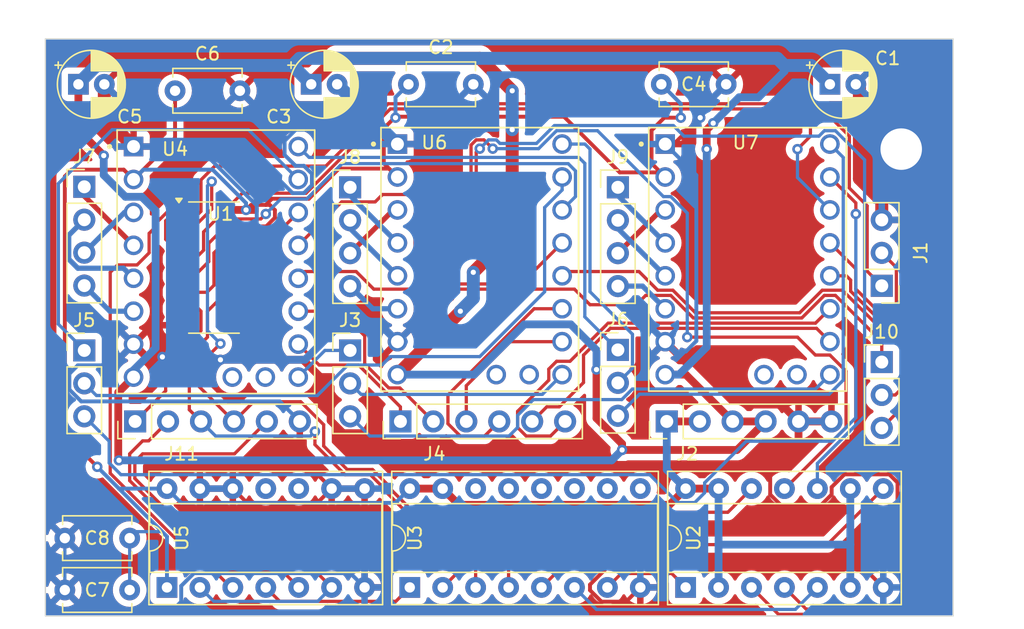
<source format=kicad_pcb>
(kicad_pcb
	(version 20240108)
	(generator "pcbnew")
	(generator_version "8.0")
	(general
		(thickness 1.6)
		(legacy_teardrops no)
	)
	(paper "A4")
	(layers
		(0 "F.Cu" signal)
		(1 "In1.Cu" signal)
		(2 "In2.Cu" signal)
		(31 "B.Cu" signal)
		(32 "B.Adhes" user "B.Adhesive")
		(33 "F.Adhes" user "F.Adhesive")
		(34 "B.Paste" user)
		(35 "F.Paste" user)
		(36 "B.SilkS" user "B.Silkscreen")
		(37 "F.SilkS" user "F.Silkscreen")
		(38 "B.Mask" user)
		(39 "F.Mask" user)
		(40 "Dwgs.User" user "User.Drawings")
		(41 "Cmts.User" user "User.Comments")
		(42 "Eco1.User" user "User.Eco1")
		(43 "Eco2.User" user "User.Eco2")
		(44 "Edge.Cuts" user)
		(45 "Margin" user)
		(46 "B.CrtYd" user "B.Courtyard")
		(47 "F.CrtYd" user "F.Courtyard")
		(48 "B.Fab" user)
		(49 "F.Fab" user)
		(50 "User.1" user)
		(51 "User.2" user)
		(52 "User.3" user)
		(53 "User.4" user)
		(54 "User.5" user)
		(55 "User.6" user)
		(56 "User.7" user)
		(57 "User.8" user)
		(58 "User.9" user)
	)
	(setup
		(stackup
			(layer "F.SilkS"
				(type "Top Silk Screen")
			)
			(layer "F.Paste"
				(type "Top Solder Paste")
			)
			(layer "F.Mask"
				(type "Top Solder Mask")
				(thickness 0.01)
			)
			(layer "F.Cu"
				(type "copper")
				(thickness 0.035)
			)
			(layer "dielectric 1"
				(type "prepreg")
				(thickness 0.1)
				(material "FR4")
				(epsilon_r 4.5)
				(loss_tangent 0.02)
			)
			(layer "In1.Cu"
				(type "copper")
				(thickness 0.035)
			)
			(layer "dielectric 2"
				(type "core")
				(thickness 1.24)
				(material "FR4")
				(epsilon_r 4.5)
				(loss_tangent 0.02)
			)
			(layer "In2.Cu"
				(type "copper")
				(thickness 0.035)
			)
			(layer "dielectric 3"
				(type "prepreg")
				(thickness 0.1)
				(material "FR4")
				(epsilon_r 4.5)
				(loss_tangent 0.02)
			)
			(layer "B.Cu"
				(type "copper")
				(thickness 0.035)
			)
			(layer "B.Mask"
				(type "Bottom Solder Mask")
				(thickness 0.01)
			)
			(layer "B.Paste"
				(type "Bottom Solder Paste")
			)
			(layer "B.SilkS"
				(type "Bottom Silk Screen")
			)
			(copper_finish "HAL lead-free")
			(dielectric_constraints no)
		)
		(pad_to_mask_clearance 0)
		(allow_soldermask_bridges_in_footprints no)
		(pcbplotparams
			(layerselection 0x00010fc_fffffff9)
			(plot_on_all_layers_selection 0x0000000_00000000)
			(disableapertmacros no)
			(usegerberextensions yes)
			(usegerberattributes no)
			(usegerberadvancedattributes no)
			(creategerberjobfile no)
			(dashed_line_dash_ratio 12.000000)
			(dashed_line_gap_ratio 3.000000)
			(svgprecision 4)
			(plotframeref no)
			(viasonmask no)
			(mode 1)
			(useauxorigin no)
			(hpglpennumber 1)
			(hpglpenspeed 20)
			(hpglpendiameter 15.000000)
			(pdf_front_fp_property_popups yes)
			(pdf_back_fp_property_popups yes)
			(dxfpolygonmode yes)
			(dxfimperialunits yes)
			(dxfusepcbnewfont yes)
			(psnegative no)
			(psa4output no)
			(plotreference yes)
			(plotvalue no)
			(plotfptext yes)
			(plotinvisibletext no)
			(sketchpadsonfab no)
			(subtractmaskfromsilk yes)
			(outputformat 1)
			(mirror no)
			(drillshape 0)
			(scaleselection 1)
			(outputdirectory "plots/")
		)
	)
	(net 0 "")
	(net 1 "/UART_Sel_B")
	(net 2 "unconnected-(U1-I2b-Pad12)")
	(net 3 "+5V")
	(net 4 "unconnected-(U1-I0b-Pad10)")
	(net 5 "unconnected-(U1-I1b-Pad11)")
	(net 6 "/UART_TX_1")
	(net 7 "GND")
	(net 8 "/UART_TX_3")
	(net 9 "/~{UART_EN}")
	(net 10 "/UART_TX_2")
	(net 11 "unconnected-(U1-Qb-Pad9)")
	(net 12 "/UART_Sel_A")
	(net 13 "unconnected-(U1-I3b-Pad13)")
	(net 14 "/UART_TX_4")
	(net 15 "/UART_TX_COM")
	(net 16 "/UART_RX_1")
	(net 17 "/UART_EN")
	(net 18 "Net-(U3A-~{EN})")
	(net 19 "unconnected-(U3B-B-Pad13)")
	(net 20 "unconnected-(U3B-~{Q0}-Pad12)")
	(net 21 "unconnected-(U3B-~{Q1}-Pad11)")
	(net 22 "unconnected-(U3B-~{Q2}-Pad10)")
	(net 23 "unconnected-(U3B-A-Pad14)")
	(net 24 "unconnected-(U3B-~{Q3}-Pad9)")
	(net 25 "/SP1")
	(net 26 "unconnected-(U4-INDEX-Pad17)")
	(net 27 "/EN1")
	(net 28 "/MS2-1")
	(net 29 "/STEP1")
	(net 30 "unconnected-(U4-DIAG-Pad18)")
	(net 31 "/DIR1")
	(net 32 "VCC")
	(net 33 "/MS1-1")
	(net 34 "/SP2")
	(net 35 "/MS1-2")
	(net 36 "unconnected-(U6-INDEX-Pad17)")
	(net 37 "/STEP2")
	(net 38 "/MS2-2")
	(net 39 "/EN2")
	(net 40 "/DIR2")
	(net 41 "unconnected-(U6-DIAG-Pad18)")
	(net 42 "unconnected-(U7-INDEX-Pad17)")
	(net 43 "unconnected-(U7-DIAG-Pad18)")
	(net 44 "/MS2-3")
	(net 45 "/DIR3")
	(net 46 "/STEP3")
	(net 47 "/MS1-3")
	(net 48 "/EN3")
	(net 49 "/SP3")
	(net 50 "/UART_RX_4")
	(net 51 "/UART_RX_COM")
	(net 52 "/UART_RX_2")
	(net 53 "/UART_RX_3")
	(net 54 "unconnected-(U5-Pad10)")
	(net 55 "unconnected-(U5-Pad11)")
	(net 56 "Net-(U3A-~{Q3})")
	(net 57 "Net-(U3A-~{Q2})")
	(net 58 "Net-(U3A-~{Q1})")
	(net 59 "Net-(U3A-~{Q0})")
	(net 60 "/M2")
	(net 61 "/M3")
	(net 62 "/M4")
	(net 63 "/M1")
	(net 64 "/M7")
	(net 65 "/M8")
	(net 66 "/M6")
	(net 67 "/M5")
	(net 68 "/M12")
	(net 69 "/M10")
	(net 70 "/M11")
	(net 71 "/M9")
	(footprint "Connector_PinHeader_2.54mm:PinHeader_1x06_P2.54mm_Vertical" (layer "F.Cu") (at 201.42 59 90))
	(footprint "Capacitor_THT:CP_Radial_D5.0mm_P2.00mm" (layer "F.Cu") (at 214 33))
	(footprint "Capacitor_THT:C_Disc_D5.1mm_W3.2mm_P5.00mm" (layer "F.Cu") (at 201 33))
	(footprint "TMC2209:MODULE_TMC2209_SILENTSTEPSTICK" (layer "F.Cu") (at 187 46.5))
	(footprint "Package_DIP:DIP-16_W7.62mm_Socket" (layer "F.Cu") (at 181.6 71.8 90))
	(footprint "Connector_PinHeader_2.54mm:PinHeader_1x03_P2.54mm_Vertical" (layer "F.Cu") (at 218 48.54 180))
	(footprint "Package_SO:SOIC-16_3.9x9.9mm_P1.27mm" (layer "F.Cu") (at 166.5 47.135))
	(footprint "Connector_PinHeader_2.54mm:PinHeader_1x04_P2.54mm_Vertical" (layer "F.Cu") (at 156.5 40.905))
	(footprint "Capacitor_THT:C_Disc_D5.1mm_W3.2mm_P5.00mm" (layer "F.Cu") (at 181.5 33))
	(footprint "Capacitor_THT:C_Disc_D5.1mm_W3.2mm_P5.00mm" (layer "F.Cu") (at 163.5 33.5))
	(footprint "Package_DIP:DIP-14_W7.62mm_Socket" (layer "F.Cu") (at 202.875 71.8 90))
	(footprint "Connector_PinHeader_2.54mm:PinHeader_1x03_P2.54mm_Vertical" (layer "F.Cu") (at 218 54.42))
	(footprint "Connector_PinHeader_2.54mm:PinHeader_1x06_P2.54mm_Vertical" (layer "F.Cu") (at 160.42 59 90))
	(footprint "Connector_PinHeader_2.54mm:PinHeader_1x04_P2.54mm_Vertical" (layer "F.Cu") (at 177 40.945))
	(footprint "Capacitor_THT:CP_Radial_D5.0mm_P2.00mm" (layer "F.Cu") (at 156.044888 33))
	(footprint "Package_DIP:DIP-14_W7.62mm_Socket" (layer "F.Cu") (at 162.875 71.8 90))
	(footprint "Connector_PinHeader_2.54mm:PinHeader_1x06_P2.54mm_Vertical" (layer "F.Cu") (at 180.88 59 90))
	(footprint "TMC2209:MODULE_TMC2209_SILENTSTEPSTICK" (layer "F.Cu") (at 207.65 46.5))
	(footprint "MountingHole:MountingHole_3.2mm_M3" (layer "F.Cu") (at 219.5 38))
	(footprint "TMC2209:MODULE_TMC2209_SILENTSTEPSTICK" (layer "F.Cu") (at 166.65 46.69))
	(footprint "Connector_PinHeader_2.54mm:PinHeader_1x03_P2.54mm_Vertical" (layer "F.Cu") (at 156.5 53.525))
	(footprint "Capacitor_THT:CP_Radial_D5.0mm_P2.00mm"
		(layer "F.Cu")
		(uuid "c9d0c22b-21cb-4f85-bf3f-9efa35b3c1ca")
		(at 174 33)
		(descr "CP, Radial series, Radial, pin pitch=2.00mm, , diameter=5mm, Electrolytic Capacitor")
		(tags "CP Radial series Radial pin pitch 2.00mm  diameter 5mm Electrolytic Capacitor")
		(property "Reference" "C3"
			(at -2.5 2.5 0)
			(layer "F.SilkS")
			(uuid "d2aa3bac-eb08-4b54-a6d6-267c2759b357")
			(effects
				(font
					(size 1 1)
					(thickness 0.15)
				)
			)
		)
		(property "Value" "10u"
			(at 1 3.75 0)
			(layer "F.Fab")
			(uuid "38563b03-ed45-4c9d-8a96-3964aada9c0c")
			(effects
				(font
					(size 1 1)
					(thickness 0.15)
				)
			)
		)
		(property "Footprint" "Capacitor_THT:CP_Radial_D5.0mm_P2.00mm"
			(at 0 0 0)
			(unlocked yes)
			(layer "F.Fab")
			(hide yes)
			(uuid "b0fea697-fa57-4172-b703-440b5615bb76")
			(effects
				(font
					(size 1.27 1.27)
					(thickness 0.15)
				)
			)
		)
		(property "Datasheet" ""
			(at 0 0 0)
			(unlocked yes)
			(layer "F.Fab")
			(hide yes)
			(uuid "c7a3c59e-7e56-47ca-86bb-106da2172eac")
			(effects
				(font
					(size 1.27 1.27)
					(thickness 0.15)
				)
			)
		)
		(property "Description" "Unpolarized capacitor"
			(at 0 0 0)
			(unlocked yes)
			(layer "F.Fab")
			(hide yes)
			(uuid "2738b2de-07b6-4a4a-8f0c-655809ec1928")
			(effects
				(font
					(size 1.27 1.27)
					(thickness 0.15)
				)
			)
		)
		(property ki_fp_filters "C_*")
		(path "/e2c90764-d046-4e04-8939-6a3accef9bbc")
		(sheetname "Root")
		(sheetfile "motor-driver-breakout.kicad_sch")
		(attr through_hole)
		(fp_line
			(start -1.804775 -1.475)
			(end -1.304775 -1.475)
			(stroke
				(width 0.12)
				(type solid)
			)
			(layer "F.SilkS")
			(uuid "949c4db2-a0a3-4969-aea4-f1290e743eeb")
		)
		(fp_line
			(start -1.554775 -1.725)
			(end -1.554775 -1.225)
			(stroke
				(width 0.12)
				(type solid)
			)
			(layer "F.SilkS")
			(uuid "010657f9-cd0d-4902-91f4-4751b948852d")
		)
		(fp_line
			(start 1 -2.58)
			(end 1 -1.04)
			(stroke
				(width 0.12)
				(type solid)
			)
			(layer "F.SilkS")
			(uuid "d0e36e39-be94-4e83-b9eb-497e2d3c944a")
		)
		(fp_line
			(start 1 1.04)
			(end 1 2.58)
			(stroke
				(width 0.12)
				(type solid)
			)
			(layer "F.SilkS")
			(uuid "5c27e49e-dea2-43ae-83e4-bf7605d00877")
		)
		(fp_line
			(start 1.04 -2.58)
			(end 1.04 -1.04)
			(stroke
				(width 0.12)
				(type solid)
			)
			(layer "F.SilkS")
			(uuid "ca3baa21-f045-46a5-8ed5-625dfca04e8b")
		)
		(fp_line
			(start 1.04 1.04)
			(end 1.04 2.58)
			(stroke
				(width 0.12)
				(type solid)
			)
			(layer "F.SilkS")
			(uuid "17aae580-1c2c-4adb-b452-044a0f578058")
		)
		(fp_line
			(start 1.08 -2.579)
			(end 1.08 -1.04)
			(stroke
				(width 0.12)
				(type solid)
			)
			(layer "F.SilkS")
			(uuid "98f830f4-20f4-4de1-9d30-cb1b754d4f1e")
		)
		(fp_line
			(start 1.08 1.04)
			(end 1.08 2.579)
			(stroke
				(width 0.12)
				(type solid)
			)
			(layer "F.SilkS")
			(uuid "62f79440-3f7c-4714-8766-69a208d53a8c")
		)
		(fp_line
			(start 1.12 -2.578)
			(end 1.12 -1.04)
			(stroke
				(width 0.12)
				(type solid)
			)
			(layer "F.SilkS")
			(uuid "b0022ab9-bd5b-4e63-9bc9-4c29987de67a")
		)
		(fp_line
			(start 1.12 1.04)
			(end 1.12 2.578)
			(stroke
				(width 0.12)
				(type solid)
			)
			(layer "F.SilkS")
			(uuid "83f8ba67-4f4d-4f53-978e-bc27aaf8477f")
		)
		(fp_line
			(start 1.16 -2.576)
			(end 1.16 -1.04)
			(stroke
				(width 0.12)
				(type solid)
			)
			(layer "F.SilkS")
			(uuid "5d69be76-9c8f-4e19-82a6-9154d881f48c")
		)
		(fp_line
			(start 1.16 1.04)
			(end 1.16 2.576)
			(stroke
				(width 0.12)
				(type solid)
			)
			(layer "F.SilkS")
			(uuid "a48b914e-7486-4029-8503-25ad6c171628")
		)
		(fp_line
			(start 1.2 -2.573)
			(end 1.2 -1.04)
			(stroke
				(width 0.12)
				(type solid)
			)
			(layer "F.SilkS")
			(uuid "a58e0f62-0aa2-438b-88ef-91960ef177e0")
		)
		(fp_line
			(start 1.2 1.04)
			(end 1.2 2.573)
			(stroke
				(width 0.12)
				(type solid)
			)
			(layer "F.SilkS")
			(uuid "953e456d-de94-4bde-87c1-bbcfb9707c55")
		)
		(fp_line
			(start 1.24 -2.569)
			(end 1.24 -1.04)
			(stroke
				(width 0.12)
				(type solid)
			)
			(layer "F.SilkS")
			(uuid "1a74c14e-c782-48ad-88bc-f8f6cec3fd10")
		)
		(fp_line
			(start 1.24 1.04)
			(end 1.24 2.569)
			(stroke
				(width 0.12)
				(type solid)
			)
			(layer "F.SilkS")
			(uuid "94b31a1e-090d-4318-9f76-9a8c47c26ba4")
		)
		(fp_line
			(start 1.28 -2.565)
			(end 1.28 -1.04)
			(stroke
				(width 0.12)
				(type solid)
			)
			(layer "F.SilkS")
			(uuid "ac548a84-3e10-4bcf-8116-70ba9f6103bc")
		)
		(fp_line
			(start 1.28 1.04)
			(end 1.28 2.565)
			(stroke
				(width 0.12)
				(type solid)
			)
			(layer "F.SilkS")
			(uuid "b3786af2-f3ec-4aad-abc0-e3f77e77d995")
		)
		(fp_line
			(start 1.32 -2.561)
			(end 1.32 -1.04)
			(stroke
				(width 0.12)
				(type solid)
			)
			(layer "F.SilkS")
			(uuid "5e49f1f0-67dc-43fa-b110-afa397932ade")
		)
		(fp_line
			(start 1.32 1.04)
			(end 1.32 2.561)
			(stroke
				(width 0.12)
				(type solid)
			)
			(layer "F.SilkS")
			(uuid "3379a610-dab2-4b0b-8f97-b22430043dc5")
		)
		(fp_line
			(start 1.36 -2.556)
			(end 1.36 -1.04)
			(stroke
				(width 0.12)
				(type solid)
			)
			(layer "F.SilkS")
			(uuid "f4602a50-d122-4476-ac3c-bcb53888c072")
		)
		(fp_line
			(start 1.36 1.04)
			(end 1.36 2.556)
			(stroke
				(width 0.12)
				(type solid)
			)
			(layer "F.SilkS")
			(uuid "5360284f-b8c1-4c21-95d4-673edf39abaf")
		)
		(fp_line
			(start 1.4 -2.55)
			(end 1.4 -1.04)
			(stroke
				(width 0.12)
				(type solid)
			)
			(layer "F.SilkS")
			(uuid "c05bcd0d-3d05-497c-ae58-bc6693b52d18")
		)
		(fp_line
			(start 1.4 1.04)
			(end 1.4 2.55)
			(stroke
				(width 0.12)
				(type solid)
			)
			(layer "F.SilkS")
			(uuid "7c3e273f-bd5a-467b-96fa-a10ff5c2bc00")
		)
		(fp_line
			(start 1.44 -2.543)
			(end 1.44 -1.04)
			(stroke
				(width 0.12)
				(type solid)
			)
			(layer "F.SilkS")
			(uuid "f7e18787-a492-41b0-8b5b-9beab9c4b1f0")
		)
		(fp_line
			(start 1.44 1.04)
			(end 1.44 2.543)
			(stroke
				(width 0.12)
				(type solid)
			)
			(layer "F.SilkS")
			(uuid "e2a51c46-48ef-4694-bff4-f521d2481fe1")
		)
		(fp_line
			(start 1.48 -2.536)
			(end 1.48 -1.04)
			(stroke
				(width 0.12)
				(type solid)
			)
			(layer "F.SilkS")
			(uuid "4016eecf-f48a-43c1-9dd7-1cf5ea1bf59d")
		)
		(fp_line
			(start 1.48 1.04)
			(end 1.48 2.536)
			(stroke
				(width 0.12)
				(type solid)
			)
			(layer "F.SilkS")
			(uuid "9a57acc3-bb3e-49be-8c57-63b4940b523c")
		)
		(fp_line
			(start 1.52 -2.528)
			(end 1.52 -1.04)
			(stroke
				(width 0.12)
				(type solid)
			)
			(layer "F.SilkS")
			(uuid "d35e7061-0263-4bd9-8da1-d1d65d777d9c")
		)
		(fp_line
			(start 1.52 1.04)
			(end 1.52 2.528)
			(stroke
				(width 0.12)
				(type solid)
			)
			(layer "F.SilkS")
			(uuid "c942a1e9-ee24-408f-a6c5-ca85690ddecb")
		)
		(fp_line
			(start 1.56 -2.52)
			(end 1.56 -1.04)
			(stroke
				(width 0.12)
				(type solid)
			)
			(layer "F.SilkS")
			(uuid "4b9df3dc-1c3b-4f5c-a4c8-e1fd3eb82de2")
		)
		(fp_line
			(start 1.56 1.04)
			(end 1.56 2.52)
			(stroke
				(width 0.12)
				(type solid)
			)
			(layer "F.SilkS")
			(uuid "7035f9f1-f522-4cac-92d2-9405853c3c07")
		)
		(fp_line
			(start 1.6 -2.511)
			(end 1.6 -1.04)
			(stroke
				(width 0.12)
				(type solid)
			)
			(layer "F.SilkS")
			(uuid "d378d3fe-d792-4725-9b8d-4226a3fac99b")
		)
		(fp_line
			(start 1.6 1.04)
			(end 1.6 2.511)
			(stroke
				(width 0.12)
				(type solid)
			)
			(layer "F.SilkS")
			(uuid "a5f98411-a5a5-4205-9bb2-23a6283c7005")
		)
		(fp_line
			(start 1.64 -2.501)
			(end 1.64 -1.04)
			(stroke
				(width 0.12)
				(type solid)
			)
			(layer "F.SilkS")
			(uuid "727b50dd-94c5-4195-ae0c-87b658732536")
		)
		(fp_line
			(start 1.64 1.04)
			(end 1.64 2.501)
			(stroke
				(width 0.12)
				(type solid)
			)
			(layer "F.SilkS")
			(uuid "7d8397d4-9014-4309-b6a8-462c1af1be17")
		)
		(fp_line
			(start 1.68 -2.491)
			(end 1.68 -1.04)
			(stroke
				(width 0.12)
				(type solid)
			)
			(layer "F.SilkS")
			(uuid "eee843ab-37de-4d62-8a7e-51bae2d74318")
		)
		(fp_line
			(start 1.68 1.04)
			(end 1.68 2.491)
			(stroke
				(width 0.12)
				(type solid)
			)
			(layer "F.SilkS")
			(uuid "86936a08-8c94-4413-b769-54a3963ad921")
		)
		(fp_line
			(start 1.721 -2.48)
			(end 1.721 -1.04)
			(stroke
				(width 0.12)
				(type solid)
			)
			(layer "F.SilkS")
			(uuid "214f47fc-9d08-4ec6-aa41-8047a0042e13")
		)
		(fp_line
			(start 1.721 1.04)
			(end 1.721 2.48)
			(stroke
				(width 0.12)
				(type solid)
			)
			(layer "F.SilkS")
			(uuid "a82ae55f-71d3-4ec5-8de4-45ee79177ff7")
		)
		(fp_line
			(start 1.761 -2.468)
			(end 1.761 -1.04)
			(stroke
				(width 0.12)
	
... [423277 chars truncated]
</source>
